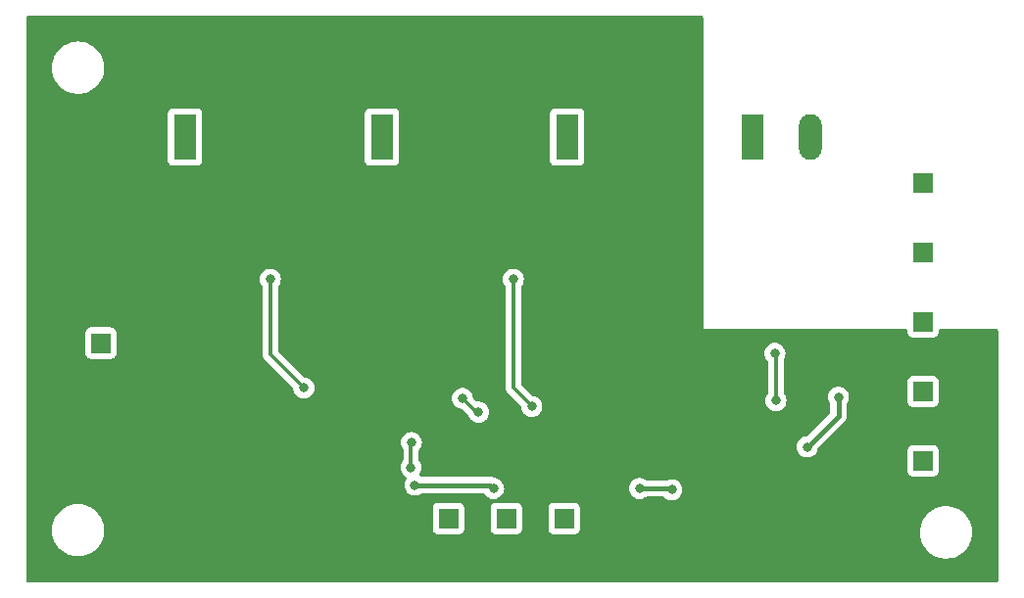
<source format=gbr>
%TF.GenerationSoftware,KiCad,Pcbnew,(6.0.1)*%
%TF.CreationDate,2022-03-07T20:23:26-06:00*%
%TF.ProjectId,light_board,6c696768-745f-4626-9f61-72642e6b6963,rev?*%
%TF.SameCoordinates,Original*%
%TF.FileFunction,Copper,L2,Bot*%
%TF.FilePolarity,Positive*%
%FSLAX46Y46*%
G04 Gerber Fmt 4.6, Leading zero omitted, Abs format (unit mm)*
G04 Created by KiCad (PCBNEW (6.0.1)) date 2022-03-07 20:23:26*
%MOMM*%
%LPD*%
G01*
G04 APERTURE LIST*
%TA.AperFunction,ComponentPad*%
%ADD10R,1.700000X1.700000*%
%TD*%
%TA.AperFunction,ComponentPad*%
%ADD11R,1.980000X3.960000*%
%TD*%
%TA.AperFunction,ComponentPad*%
%ADD12O,1.980000X3.960000*%
%TD*%
%TA.AperFunction,ViaPad*%
%ADD13C,0.800000*%
%TD*%
%TA.AperFunction,Conductor*%
%ADD14C,0.300000*%
%TD*%
%TA.AperFunction,Conductor*%
%ADD15C,0.400000*%
%TD*%
G04 APERTURE END LIST*
D10*
%TO.P,J6,1,Pin_1*%
%TO.N,MCU_Bike*%
X163500000Y-116900000D03*
%TD*%
%TO.P,J5,1,Pin_1*%
%TO.N,MCU_L3*%
X132500000Y-121900000D03*
%TD*%
D11*
%TO.P,J9,1,Pin_1*%
%TO.N,Net-(J9-Pad1)*%
X116735000Y-88900000D03*
D12*
%TO.P,J9,2,Pin_2*%
%TO.N,GND*%
X121735000Y-88900000D03*
%TD*%
D10*
%TO.P,J17,1,Pin_1*%
%TO.N,GND1*%
X163500000Y-104900000D03*
%TD*%
D11*
%TO.P,J8,1,Pin_1*%
%TO.N,Net-(J8-Pad1)*%
X99735000Y-88900000D03*
D12*
%TO.P,J8,2,Pin_2*%
%TO.N,GND*%
X104735000Y-88900000D03*
%TD*%
D10*
%TO.P,J3,1,Pin_1*%
%TO.N,MCU_L1*%
X122500000Y-121900000D03*
%TD*%
D11*
%TO.P,J11,1,Pin_1*%
%TO.N,Net-(J11-Pad1)*%
X148735000Y-88900000D03*
D12*
%TO.P,J11,2,Pin_2*%
%TO.N,Earth*%
X153735000Y-88900000D03*
%TD*%
D10*
%TO.P,J12,1,Pin_1*%
%TO.N,VAC*%
X163500000Y-98900000D03*
%TD*%
%TO.P,J14,1,Pin_1*%
%TO.N,GND*%
X92460000Y-101720000D03*
%TD*%
D11*
%TO.P,J10,1,Pin_1*%
%TO.N,Net-(J10-Pad1)*%
X132735000Y-88900000D03*
D12*
%TO.P,J10,2,Pin_2*%
%TO.N,GND*%
X137735000Y-88900000D03*
%TD*%
D10*
%TO.P,J7,1,Pin_1*%
%TO.N,+5V*%
X163500000Y-110900000D03*
%TD*%
%TO.P,J2,1,Pin_1*%
%TO.N,GND*%
X92460000Y-96720000D03*
%TD*%
%TO.P,J4,1,Pin_1*%
%TO.N,MCU_L2*%
X127500000Y-121900000D03*
%TD*%
%TO.P,J13,1,Pin_1*%
%TO.N,Earth*%
X163500000Y-92900000D03*
%TD*%
%TO.P,J1,1,Pin_1*%
%TO.N,+24V*%
X92460000Y-106720000D03*
%TD*%
D13*
%TO.N,GND*%
X106520000Y-113750000D03*
X128540000Y-114300000D03*
X151220000Y-114250000D03*
X128550000Y-116780000D03*
%TO.N,L1*%
X125100000Y-112700000D03*
X107100000Y-101200000D03*
X123700000Y-111500000D03*
X110000000Y-110600000D03*
%TO.N,L2*%
X128100000Y-101200000D03*
X129700000Y-112200000D03*
%TO.N,MCU_L1*%
X119260000Y-117480000D03*
X119290000Y-115320000D03*
%TO.N,GND1*%
X141800000Y-119400000D03*
X119600000Y-119000000D03*
X153500000Y-115700000D03*
X126400000Y-119300000D03*
X139000000Y-119300000D03*
X156200000Y-111400000D03*
%TO.N,MCU_Bike*%
X150700000Y-107600000D03*
X150800000Y-111700000D03*
%TD*%
D14*
%TO.N,L1*%
X107100000Y-107700000D02*
X107100000Y-101200000D01*
X124900000Y-112700000D02*
X123700000Y-111500000D01*
X110000000Y-110600000D02*
X107100000Y-107700000D01*
X125100000Y-112700000D02*
X124900000Y-112700000D01*
%TO.N,L2*%
X128100000Y-101200000D02*
X128100000Y-110600000D01*
X128100000Y-110600000D02*
X129700000Y-112200000D01*
%TO.N,MCU_L1*%
X119260000Y-115350000D02*
X119260000Y-117480000D01*
X119290000Y-115320000D02*
X119260000Y-115350000D01*
D15*
%TO.N,GND1*%
X153500000Y-115700000D02*
X156200000Y-113000000D01*
X139000000Y-119300000D02*
X141700000Y-119300000D01*
X141700000Y-119300000D02*
X141800000Y-119400000D01*
X156200000Y-113000000D02*
X156200000Y-111400000D01*
X126100000Y-119000000D02*
X126400000Y-119300000D01*
X119600000Y-119000000D02*
X126100000Y-119000000D01*
D14*
%TO.N,MCU_Bike*%
X150800000Y-111700000D02*
X150800000Y-107700000D01*
X150800000Y-107700000D02*
X150700000Y-107600000D01*
%TD*%
%TA.AperFunction,Conductor*%
%TO.N,GND*%
G36*
X144442121Y-78428002D02*
G01*
X144488614Y-78481658D01*
X144500000Y-78534000D01*
X144500000Y-105500000D01*
X162015500Y-105500000D01*
X162083621Y-105520002D01*
X162130114Y-105573658D01*
X162141500Y-105626000D01*
X162141500Y-105798134D01*
X162148255Y-105860316D01*
X162199385Y-105996705D01*
X162286739Y-106113261D01*
X162403295Y-106200615D01*
X162539684Y-106251745D01*
X162601866Y-106258500D01*
X164398134Y-106258500D01*
X164460316Y-106251745D01*
X164596705Y-106200615D01*
X164713261Y-106113261D01*
X164800615Y-105996705D01*
X164851745Y-105860316D01*
X164858500Y-105798134D01*
X164858500Y-105626000D01*
X164878502Y-105557879D01*
X164932158Y-105511386D01*
X164984500Y-105500000D01*
X169866000Y-105500000D01*
X169934121Y-105520002D01*
X169980614Y-105573658D01*
X169992000Y-105626000D01*
X169992000Y-127266000D01*
X169971998Y-127334121D01*
X169918342Y-127380614D01*
X169866000Y-127392000D01*
X86134000Y-127392000D01*
X86065879Y-127371998D01*
X86019386Y-127318342D01*
X86008000Y-127266000D01*
X86008000Y-122947404D01*
X88236941Y-122947404D01*
X88263091Y-123246292D01*
X88264001Y-123250364D01*
X88264002Y-123250369D01*
X88327628Y-123535016D01*
X88328540Y-123539095D01*
X88432140Y-123820671D01*
X88434084Y-123824359D01*
X88434088Y-123824367D01*
X88539536Y-124024367D01*
X88572069Y-124086071D01*
X88745871Y-124330633D01*
X88950490Y-124550061D01*
X89182333Y-124740498D01*
X89437325Y-124898600D01*
X89710988Y-125021589D01*
X89806264Y-125049992D01*
X89994514Y-125106112D01*
X89994516Y-125106112D01*
X89998513Y-125107304D01*
X90002633Y-125107957D01*
X90002635Y-125107957D01*
X90121509Y-125126785D01*
X90294848Y-125154239D01*
X90337577Y-125156179D01*
X90387262Y-125158436D01*
X90387281Y-125158436D01*
X90388681Y-125158500D01*
X90576107Y-125158500D01*
X90799370Y-125143671D01*
X90803464Y-125142846D01*
X90803468Y-125142845D01*
X90944513Y-125114405D01*
X91093480Y-125084368D01*
X91377163Y-124986688D01*
X91380896Y-124984819D01*
X91380900Y-124984817D01*
X91641691Y-124854222D01*
X91641693Y-124854221D01*
X91645435Y-124852347D01*
X91893584Y-124683706D01*
X92117248Y-124483726D01*
X92144084Y-124452416D01*
X92309779Y-124259097D01*
X92309782Y-124259093D01*
X92312499Y-124255923D01*
X92314773Y-124252421D01*
X92314777Y-124252416D01*
X92473628Y-124007807D01*
X92473631Y-124007802D01*
X92475907Y-124004297D01*
X92604600Y-123733270D01*
X92630825Y-123651591D01*
X92695038Y-123451591D01*
X92695038Y-123451590D01*
X92696318Y-123447604D01*
X92749448Y-123152316D01*
X92749672Y-123147404D01*
X92762870Y-122856766D01*
X92762870Y-122856760D01*
X92763059Y-122852596D01*
X92762630Y-122847684D01*
X92758295Y-122798134D01*
X121141500Y-122798134D01*
X121148255Y-122860316D01*
X121199385Y-122996705D01*
X121286739Y-123113261D01*
X121403295Y-123200615D01*
X121539684Y-123251745D01*
X121601866Y-123258500D01*
X123398134Y-123258500D01*
X123460316Y-123251745D01*
X123596705Y-123200615D01*
X123713261Y-123113261D01*
X123800615Y-122996705D01*
X123851745Y-122860316D01*
X123858500Y-122798134D01*
X126141500Y-122798134D01*
X126148255Y-122860316D01*
X126199385Y-122996705D01*
X126286739Y-123113261D01*
X126403295Y-123200615D01*
X126539684Y-123251745D01*
X126601866Y-123258500D01*
X128398134Y-123258500D01*
X128460316Y-123251745D01*
X128596705Y-123200615D01*
X128713261Y-123113261D01*
X128800615Y-122996705D01*
X128851745Y-122860316D01*
X128858500Y-122798134D01*
X131141500Y-122798134D01*
X131148255Y-122860316D01*
X131199385Y-122996705D01*
X131286739Y-123113261D01*
X131403295Y-123200615D01*
X131539684Y-123251745D01*
X131601866Y-123258500D01*
X133398134Y-123258500D01*
X133460316Y-123251745D01*
X133596705Y-123200615D01*
X133667704Y-123147404D01*
X163236941Y-123147404D01*
X163237304Y-123151552D01*
X163237304Y-123151556D01*
X163246661Y-123258500D01*
X163263091Y-123446292D01*
X163264001Y-123450364D01*
X163264002Y-123450369D01*
X163326347Y-123729284D01*
X163328540Y-123739095D01*
X163432140Y-124020671D01*
X163434084Y-124024359D01*
X163434088Y-124024367D01*
X163530805Y-124207807D01*
X163572069Y-124286071D01*
X163745871Y-124530633D01*
X163950490Y-124750061D01*
X164182333Y-124940498D01*
X164437325Y-125098600D01*
X164710988Y-125221589D01*
X164885368Y-125273574D01*
X164994514Y-125306112D01*
X164994516Y-125306112D01*
X164998513Y-125307304D01*
X165002633Y-125307957D01*
X165002635Y-125307957D01*
X165121509Y-125326785D01*
X165294848Y-125354239D01*
X165337577Y-125356179D01*
X165387262Y-125358436D01*
X165387281Y-125358436D01*
X165388681Y-125358500D01*
X165576107Y-125358500D01*
X165799370Y-125343671D01*
X165803464Y-125342846D01*
X165803468Y-125342845D01*
X165944513Y-125314405D01*
X166093480Y-125284368D01*
X166377163Y-125186688D01*
X166380896Y-125184819D01*
X166380900Y-125184817D01*
X166641691Y-125054222D01*
X166641693Y-125054221D01*
X166645435Y-125052347D01*
X166893584Y-124883706D01*
X167117248Y-124683726D01*
X167119966Y-124680555D01*
X167309779Y-124459097D01*
X167309782Y-124459093D01*
X167312499Y-124455923D01*
X167314773Y-124452421D01*
X167314777Y-124452416D01*
X167473628Y-124207807D01*
X167473631Y-124207802D01*
X167475907Y-124204297D01*
X167604600Y-123933270D01*
X167642011Y-123816751D01*
X167695038Y-123651591D01*
X167695038Y-123651590D01*
X167696318Y-123647604D01*
X167732539Y-123446292D01*
X167748709Y-123356425D01*
X167748710Y-123356420D01*
X167749448Y-123352316D01*
X167753709Y-123258500D01*
X167762870Y-123056766D01*
X167762870Y-123056760D01*
X167763059Y-123052596D01*
X167757434Y-122988297D01*
X167737273Y-122757870D01*
X167736909Y-122753708D01*
X167712292Y-122643575D01*
X167672372Y-122464984D01*
X167672371Y-122464981D01*
X167671460Y-122460905D01*
X167567860Y-122179329D01*
X167565916Y-122175641D01*
X167565912Y-122175633D01*
X167429884Y-121917633D01*
X167429883Y-121917632D01*
X167427931Y-121913929D01*
X167254129Y-121669367D01*
X167049510Y-121449939D01*
X166817667Y-121259502D01*
X166562675Y-121101400D01*
X166289012Y-120978411D01*
X166075650Y-120914805D01*
X166005486Y-120893888D01*
X166005484Y-120893888D01*
X166001487Y-120892696D01*
X165997367Y-120892043D01*
X165997365Y-120892043D01*
X165878491Y-120873215D01*
X165705152Y-120845761D01*
X165662423Y-120843821D01*
X165612738Y-120841564D01*
X165612719Y-120841564D01*
X165611319Y-120841500D01*
X165423893Y-120841500D01*
X165200630Y-120856329D01*
X165196536Y-120857154D01*
X165196532Y-120857155D01*
X165055487Y-120885595D01*
X164906520Y-120915632D01*
X164622837Y-121013312D01*
X164619104Y-121015181D01*
X164619100Y-121015183D01*
X164358309Y-121145778D01*
X164354565Y-121147653D01*
X164106416Y-121316294D01*
X163882752Y-121516274D01*
X163880035Y-121519444D01*
X163880034Y-121519445D01*
X163754155Y-121666311D01*
X163687501Y-121744077D01*
X163685227Y-121747579D01*
X163685223Y-121747584D01*
X163526372Y-121992193D01*
X163524093Y-121995703D01*
X163395400Y-122266730D01*
X163394121Y-122270713D01*
X163394120Y-122270716D01*
X163367895Y-122352396D01*
X163303682Y-122552396D01*
X163250552Y-122847684D01*
X163250363Y-122851851D01*
X163250362Y-122851858D01*
X163238247Y-123118642D01*
X163236941Y-123147404D01*
X133667704Y-123147404D01*
X133713261Y-123113261D01*
X133800615Y-122996705D01*
X133851745Y-122860316D01*
X133858500Y-122798134D01*
X133858500Y-121001866D01*
X133851745Y-120939684D01*
X133800615Y-120803295D01*
X133713261Y-120686739D01*
X133596705Y-120599385D01*
X133460316Y-120548255D01*
X133398134Y-120541500D01*
X131601866Y-120541500D01*
X131539684Y-120548255D01*
X131403295Y-120599385D01*
X131286739Y-120686739D01*
X131199385Y-120803295D01*
X131148255Y-120939684D01*
X131141500Y-121001866D01*
X131141500Y-122798134D01*
X128858500Y-122798134D01*
X128858500Y-121001866D01*
X128851745Y-120939684D01*
X128800615Y-120803295D01*
X128713261Y-120686739D01*
X128596705Y-120599385D01*
X128460316Y-120548255D01*
X128398134Y-120541500D01*
X126601866Y-120541500D01*
X126539684Y-120548255D01*
X126403295Y-120599385D01*
X126286739Y-120686739D01*
X126199385Y-120803295D01*
X126148255Y-120939684D01*
X126141500Y-121001866D01*
X126141500Y-122798134D01*
X123858500Y-122798134D01*
X123858500Y-121001866D01*
X123851745Y-120939684D01*
X123800615Y-120803295D01*
X123713261Y-120686739D01*
X123596705Y-120599385D01*
X123460316Y-120548255D01*
X123398134Y-120541500D01*
X121601866Y-120541500D01*
X121539684Y-120548255D01*
X121403295Y-120599385D01*
X121286739Y-120686739D01*
X121199385Y-120803295D01*
X121148255Y-120939684D01*
X121141500Y-121001866D01*
X121141500Y-122798134D01*
X92758295Y-122798134D01*
X92737273Y-122557870D01*
X92736909Y-122553708D01*
X92692832Y-122356515D01*
X92672372Y-122264984D01*
X92672371Y-122264981D01*
X92671460Y-122260905D01*
X92567860Y-121979329D01*
X92565916Y-121975641D01*
X92565912Y-121975633D01*
X92429884Y-121717633D01*
X92429883Y-121717632D01*
X92427931Y-121713929D01*
X92254129Y-121469367D01*
X92049510Y-121249939D01*
X91817667Y-121059502D01*
X91562675Y-120901400D01*
X91289012Y-120778411D01*
X91075650Y-120714805D01*
X91005486Y-120693888D01*
X91005484Y-120693888D01*
X91001487Y-120692696D01*
X90997367Y-120692043D01*
X90997365Y-120692043D01*
X90878491Y-120673215D01*
X90705152Y-120645761D01*
X90662423Y-120643821D01*
X90612738Y-120641564D01*
X90612719Y-120641564D01*
X90611319Y-120641500D01*
X90423893Y-120641500D01*
X90200630Y-120656329D01*
X90196536Y-120657154D01*
X90196532Y-120657155D01*
X90076500Y-120681358D01*
X89906520Y-120715632D01*
X89622837Y-120813312D01*
X89619104Y-120815181D01*
X89619100Y-120815183D01*
X89358309Y-120945778D01*
X89354565Y-120947653D01*
X89106416Y-121116294D01*
X88882752Y-121316274D01*
X88880035Y-121319444D01*
X88880034Y-121319445D01*
X88754155Y-121466311D01*
X88687501Y-121544077D01*
X88685227Y-121547579D01*
X88685223Y-121547584D01*
X88526372Y-121792193D01*
X88524093Y-121795703D01*
X88395400Y-122066730D01*
X88394121Y-122070713D01*
X88394120Y-122070716D01*
X88329907Y-122270716D01*
X88303682Y-122352396D01*
X88302941Y-122356515D01*
X88266956Y-122556515D01*
X88250552Y-122647684D01*
X88250363Y-122651851D01*
X88250362Y-122651858D01*
X88237130Y-122943234D01*
X88236941Y-122947404D01*
X86008000Y-122947404D01*
X86008000Y-117480000D01*
X118346496Y-117480000D01*
X118366458Y-117669928D01*
X118425473Y-117851556D01*
X118428776Y-117857278D01*
X118428777Y-117857279D01*
X118434802Y-117867715D01*
X118520960Y-118016944D01*
X118525378Y-118021851D01*
X118525379Y-118021852D01*
X118601219Y-118106081D01*
X118648747Y-118158866D01*
X118708442Y-118202237D01*
X118777758Y-118252598D01*
X118803248Y-118271118D01*
X118809277Y-118273802D01*
X118809280Y-118273804D01*
X118810718Y-118274444D01*
X118811416Y-118275037D01*
X118815001Y-118277107D01*
X118814622Y-118277763D01*
X118864815Y-118320423D01*
X118885466Y-118388350D01*
X118866115Y-118456658D01*
X118864282Y-118459366D01*
X118860960Y-118463056D01*
X118765473Y-118628444D01*
X118706458Y-118810072D01*
X118686496Y-119000000D01*
X118706458Y-119189928D01*
X118765473Y-119371556D01*
X118860960Y-119536944D01*
X118865378Y-119541851D01*
X118865379Y-119541852D01*
X118908667Y-119589928D01*
X118988747Y-119678866D01*
X119143248Y-119791118D01*
X119149276Y-119793802D01*
X119149278Y-119793803D01*
X119233332Y-119831226D01*
X119317712Y-119868794D01*
X119411113Y-119888647D01*
X119498056Y-119907128D01*
X119498061Y-119907128D01*
X119504513Y-119908500D01*
X119695487Y-119908500D01*
X119701939Y-119907128D01*
X119701944Y-119907128D01*
X119788887Y-119888647D01*
X119882288Y-119868794D01*
X119966668Y-119831226D01*
X120050722Y-119793803D01*
X120050724Y-119793802D01*
X120056752Y-119791118D01*
X120137344Y-119732564D01*
X120204211Y-119708706D01*
X120211405Y-119708500D01*
X125514057Y-119708500D01*
X125582178Y-119728502D01*
X125623176Y-119771500D01*
X125660960Y-119836944D01*
X125788747Y-119978866D01*
X125829535Y-120008500D01*
X125931724Y-120082745D01*
X125943248Y-120091118D01*
X125949276Y-120093802D01*
X125949278Y-120093803D01*
X126111681Y-120166109D01*
X126117712Y-120168794D01*
X126204479Y-120187237D01*
X126298056Y-120207128D01*
X126298061Y-120207128D01*
X126304513Y-120208500D01*
X126495487Y-120208500D01*
X126501939Y-120207128D01*
X126501944Y-120207128D01*
X126595521Y-120187237D01*
X126682288Y-120168794D01*
X126688319Y-120166109D01*
X126850722Y-120093803D01*
X126850724Y-120093802D01*
X126856752Y-120091118D01*
X126868277Y-120082745D01*
X126970465Y-120008500D01*
X127011253Y-119978866D01*
X127139040Y-119836944D01*
X127234527Y-119671556D01*
X127293542Y-119489928D01*
X127313504Y-119300000D01*
X138086496Y-119300000D01*
X138106458Y-119489928D01*
X138165473Y-119671556D01*
X138260960Y-119836944D01*
X138388747Y-119978866D01*
X138429535Y-120008500D01*
X138531724Y-120082745D01*
X138543248Y-120091118D01*
X138549276Y-120093802D01*
X138549278Y-120093803D01*
X138711681Y-120166109D01*
X138717712Y-120168794D01*
X138804479Y-120187237D01*
X138898056Y-120207128D01*
X138898061Y-120207128D01*
X138904513Y-120208500D01*
X139095487Y-120208500D01*
X139101939Y-120207128D01*
X139101944Y-120207128D01*
X139195521Y-120187237D01*
X139282288Y-120168794D01*
X139288319Y-120166109D01*
X139450722Y-120093803D01*
X139450724Y-120093802D01*
X139456752Y-120091118D01*
X139468277Y-120082745D01*
X139537344Y-120032564D01*
X139604211Y-120008706D01*
X139611405Y-120008500D01*
X141069290Y-120008500D01*
X141137411Y-120028502D01*
X141162926Y-120050189D01*
X141188747Y-120078866D01*
X141343248Y-120191118D01*
X141349276Y-120193802D01*
X141349278Y-120193803D01*
X141511681Y-120266109D01*
X141517712Y-120268794D01*
X141611112Y-120288647D01*
X141698056Y-120307128D01*
X141698061Y-120307128D01*
X141704513Y-120308500D01*
X141895487Y-120308500D01*
X141901939Y-120307128D01*
X141901944Y-120307128D01*
X141988888Y-120288647D01*
X142082288Y-120268794D01*
X142088319Y-120266109D01*
X142250722Y-120193803D01*
X142250724Y-120193802D01*
X142256752Y-120191118D01*
X142411253Y-120078866D01*
X142437074Y-120050189D01*
X142534621Y-119941852D01*
X142534622Y-119941851D01*
X142539040Y-119936944D01*
X142634527Y-119771556D01*
X142693542Y-119589928D01*
X142703393Y-119496206D01*
X142712814Y-119406565D01*
X142713504Y-119400000D01*
X142693542Y-119210072D01*
X142634527Y-119028444D01*
X142539040Y-118863056D01*
X142497243Y-118816635D01*
X142415675Y-118726045D01*
X142415674Y-118726044D01*
X142411253Y-118721134D01*
X142275800Y-118622721D01*
X142262094Y-118612763D01*
X142262093Y-118612762D01*
X142256752Y-118608882D01*
X142250724Y-118606198D01*
X142250722Y-118606197D01*
X142088319Y-118533891D01*
X142088318Y-118533891D01*
X142082288Y-118531206D01*
X141988888Y-118511353D01*
X141901944Y-118492872D01*
X141901939Y-118492872D01*
X141895487Y-118491500D01*
X141704513Y-118491500D01*
X141698061Y-118492872D01*
X141698056Y-118492872D01*
X141611112Y-118511353D01*
X141517712Y-118531206D01*
X141511682Y-118533891D01*
X141511681Y-118533891D01*
X141406755Y-118580607D01*
X141355506Y-118591500D01*
X139611405Y-118591500D01*
X139543284Y-118571498D01*
X139537344Y-118567436D01*
X139462094Y-118512763D01*
X139462093Y-118512762D01*
X139456752Y-118508882D01*
X139450724Y-118506198D01*
X139450722Y-118506197D01*
X139288319Y-118433891D01*
X139288318Y-118433891D01*
X139282288Y-118431206D01*
X139188887Y-118411353D01*
X139101944Y-118392872D01*
X139101939Y-118392872D01*
X139095487Y-118391500D01*
X138904513Y-118391500D01*
X138898061Y-118392872D01*
X138898056Y-118392872D01*
X138811113Y-118411353D01*
X138717712Y-118431206D01*
X138711682Y-118433891D01*
X138711681Y-118433891D01*
X138549278Y-118506197D01*
X138549276Y-118506198D01*
X138543248Y-118508882D01*
X138388747Y-118621134D01*
X138260960Y-118763056D01*
X138165473Y-118928444D01*
X138106458Y-119110072D01*
X138105768Y-119116633D01*
X138105768Y-119116635D01*
X138095948Y-119210072D01*
X138086496Y-119300000D01*
X127313504Y-119300000D01*
X127304052Y-119210072D01*
X127294232Y-119116635D01*
X127294232Y-119116633D01*
X127293542Y-119110072D01*
X127234527Y-118928444D01*
X127139040Y-118763056D01*
X127011253Y-118621134D01*
X126856752Y-118508882D01*
X126850724Y-118506198D01*
X126850722Y-118506197D01*
X126688319Y-118433891D01*
X126688318Y-118433891D01*
X126682288Y-118431206D01*
X126495487Y-118391500D01*
X126492506Y-118391500D01*
X126448015Y-118377812D01*
X126443475Y-118375378D01*
X126437261Y-118371010D01*
X126430185Y-118368251D01*
X126430181Y-118368249D01*
X126377725Y-118347798D01*
X126371656Y-118345247D01*
X126313427Y-118318955D01*
X126305960Y-118317571D01*
X126303405Y-118316770D01*
X126287152Y-118312141D01*
X126284572Y-118311478D01*
X126277491Y-118308718D01*
X126269960Y-118307727D01*
X126269958Y-118307726D01*
X126240339Y-118303827D01*
X126214139Y-118300378D01*
X126207641Y-118299348D01*
X126144814Y-118287704D01*
X126137234Y-118288141D01*
X126137233Y-118288141D01*
X126082608Y-118291291D01*
X126075354Y-118291500D01*
X120211405Y-118291500D01*
X120143284Y-118271498D01*
X120137344Y-118267436D01*
X120062094Y-118212763D01*
X120062093Y-118212762D01*
X120056752Y-118208882D01*
X120050723Y-118206198D01*
X120050720Y-118206196D01*
X120049282Y-118205556D01*
X120048584Y-118204963D01*
X120044999Y-118202893D01*
X120045378Y-118202237D01*
X119995185Y-118159577D01*
X119974534Y-118091650D01*
X119993885Y-118023342D01*
X119995718Y-118020634D01*
X119999040Y-118016944D01*
X120085198Y-117867715D01*
X120091223Y-117857279D01*
X120091224Y-117857278D01*
X120094527Y-117851556D01*
X120111885Y-117798134D01*
X162141500Y-117798134D01*
X162148255Y-117860316D01*
X162199385Y-117996705D01*
X162286739Y-118113261D01*
X162403295Y-118200615D01*
X162539684Y-118251745D01*
X162601866Y-118258500D01*
X164398134Y-118258500D01*
X164460316Y-118251745D01*
X164596705Y-118200615D01*
X164713261Y-118113261D01*
X164800615Y-117996705D01*
X164851745Y-117860316D01*
X164858500Y-117798134D01*
X164858500Y-116001866D01*
X164851745Y-115939684D01*
X164800615Y-115803295D01*
X164713261Y-115686739D01*
X164596705Y-115599385D01*
X164460316Y-115548255D01*
X164398134Y-115541500D01*
X162601866Y-115541500D01*
X162539684Y-115548255D01*
X162403295Y-115599385D01*
X162286739Y-115686739D01*
X162199385Y-115803295D01*
X162148255Y-115939684D01*
X162141500Y-116001866D01*
X162141500Y-117798134D01*
X120111885Y-117798134D01*
X120153542Y-117669928D01*
X120173504Y-117480000D01*
X120153542Y-117290072D01*
X120094527Y-117108444D01*
X119999040Y-116943056D01*
X119950864Y-116889551D01*
X119920146Y-116825544D01*
X119918500Y-116805241D01*
X119918500Y-116028077D01*
X119938502Y-115959956D01*
X119950858Y-115943774D01*
X120029040Y-115856944D01*
X120119652Y-115700000D01*
X152586496Y-115700000D01*
X152587186Y-115706565D01*
X152603507Y-115861847D01*
X152606458Y-115889928D01*
X152665473Y-116071556D01*
X152760960Y-116236944D01*
X152888747Y-116378866D01*
X153043248Y-116491118D01*
X153049276Y-116493802D01*
X153049278Y-116493803D01*
X153211681Y-116566109D01*
X153217712Y-116568794D01*
X153311113Y-116588647D01*
X153398056Y-116607128D01*
X153398061Y-116607128D01*
X153404513Y-116608500D01*
X153595487Y-116608500D01*
X153601939Y-116607128D01*
X153601944Y-116607128D01*
X153688887Y-116588647D01*
X153782288Y-116568794D01*
X153788319Y-116566109D01*
X153950722Y-116493803D01*
X153950724Y-116493802D01*
X153956752Y-116491118D01*
X154111253Y-116378866D01*
X154239040Y-116236944D01*
X154334527Y-116071556D01*
X154359766Y-115993880D01*
X154391502Y-115896207D01*
X154391502Y-115896205D01*
X154393542Y-115889928D01*
X154398450Y-115843230D01*
X154425463Y-115777573D01*
X154434665Y-115767305D01*
X156680520Y-113521450D01*
X156686785Y-113515596D01*
X156687651Y-113514840D01*
X156730385Y-113477561D01*
X156767114Y-113425300D01*
X156771046Y-113420005D01*
X156805791Y-113375694D01*
X156810477Y-113369718D01*
X156813602Y-113362796D01*
X156814964Y-113360548D01*
X156823368Y-113345815D01*
X156824622Y-113343476D01*
X156828990Y-113337261D01*
X156831749Y-113330185D01*
X156831751Y-113330181D01*
X156852202Y-113277726D01*
X156854758Y-113271646D01*
X156877918Y-113220351D01*
X156881045Y-113213426D01*
X156882429Y-113205955D01*
X156883230Y-113203401D01*
X156887867Y-113187122D01*
X156888523Y-113184567D01*
X156891282Y-113177491D01*
X156899621Y-113114149D01*
X156900653Y-113107633D01*
X156910912Y-113052280D01*
X156912296Y-113044813D01*
X156908709Y-112982602D01*
X156908500Y-112975349D01*
X156908500Y-112018744D01*
X156928502Y-111950623D01*
X156932564Y-111944683D01*
X156934621Y-111941852D01*
X156939040Y-111936944D01*
X156976792Y-111871556D01*
X157019182Y-111798134D01*
X162141500Y-111798134D01*
X162148255Y-111860316D01*
X162199385Y-111996705D01*
X162286739Y-112113261D01*
X162403295Y-112200615D01*
X162539684Y-112251745D01*
X162601866Y-112258500D01*
X164398134Y-112258500D01*
X164460316Y-112251745D01*
X164596705Y-112200615D01*
X164713261Y-112113261D01*
X164800615Y-111996705D01*
X164851745Y-111860316D01*
X164858500Y-111798134D01*
X164858500Y-110001866D01*
X164851745Y-109939684D01*
X164800615Y-109803295D01*
X164713261Y-109686739D01*
X164596705Y-109599385D01*
X164460316Y-109548255D01*
X164398134Y-109541500D01*
X162601866Y-109541500D01*
X162539684Y-109548255D01*
X162403295Y-109599385D01*
X162286739Y-109686739D01*
X162199385Y-109803295D01*
X162148255Y-109939684D01*
X162141500Y-110001866D01*
X162141500Y-111798134D01*
X157019182Y-111798134D01*
X157031223Y-111777279D01*
X157031224Y-111777278D01*
X157034527Y-111771556D01*
X157093542Y-111589928D01*
X157100773Y-111521134D01*
X157112814Y-111406565D01*
X157113504Y-111400000D01*
X157104052Y-111310072D01*
X157094232Y-111216635D01*
X157094232Y-111216633D01*
X157093542Y-111210072D01*
X157034527Y-111028444D01*
X157025275Y-111012418D01*
X156996127Y-110961934D01*
X156939040Y-110863056D01*
X156932682Y-110855994D01*
X156815675Y-110726045D01*
X156815674Y-110726044D01*
X156811253Y-110721134D01*
X156685590Y-110629834D01*
X156662094Y-110612763D01*
X156662093Y-110612762D01*
X156656752Y-110608882D01*
X156650724Y-110606198D01*
X156650722Y-110606197D01*
X156488319Y-110533891D01*
X156488318Y-110533891D01*
X156482288Y-110531206D01*
X156388887Y-110511353D01*
X156301944Y-110492872D01*
X156301939Y-110492872D01*
X156295487Y-110491500D01*
X156104513Y-110491500D01*
X156098061Y-110492872D01*
X156098056Y-110492872D01*
X156011112Y-110511353D01*
X155917712Y-110531206D01*
X155911682Y-110533891D01*
X155911681Y-110533891D01*
X155749278Y-110606197D01*
X155749276Y-110606198D01*
X155743248Y-110608882D01*
X155737907Y-110612762D01*
X155737906Y-110612763D01*
X155714410Y-110629834D01*
X155588747Y-110721134D01*
X155584326Y-110726044D01*
X155584325Y-110726045D01*
X155467319Y-110855994D01*
X155460960Y-110863056D01*
X155403873Y-110961934D01*
X155374726Y-111012418D01*
X155365473Y-111028444D01*
X155306458Y-111210072D01*
X155305768Y-111216633D01*
X155305768Y-111216635D01*
X155295948Y-111310072D01*
X155286496Y-111400000D01*
X155287186Y-111406565D01*
X155299228Y-111521134D01*
X155306458Y-111589928D01*
X155365473Y-111771556D01*
X155368776Y-111777278D01*
X155368777Y-111777279D01*
X155423208Y-111871556D01*
X155460960Y-111936944D01*
X155465379Y-111941852D01*
X155467436Y-111944683D01*
X155491295Y-112011551D01*
X155491500Y-112018744D01*
X155491500Y-112654339D01*
X155471498Y-112722460D01*
X155454595Y-112743434D01*
X153433467Y-114764563D01*
X153370569Y-114798715D01*
X153217712Y-114831206D01*
X153211682Y-114833891D01*
X153211681Y-114833891D01*
X153049278Y-114906197D01*
X153049276Y-114906198D01*
X153043248Y-114908882D01*
X152888747Y-115021134D01*
X152884326Y-115026044D01*
X152884325Y-115026045D01*
X152784750Y-115136635D01*
X152760960Y-115163056D01*
X152665473Y-115328444D01*
X152606458Y-115510072D01*
X152605768Y-115516633D01*
X152605768Y-115516635D01*
X152602445Y-115548255D01*
X152586496Y-115700000D01*
X120119652Y-115700000D01*
X120124527Y-115691556D01*
X120183542Y-115509928D01*
X120203504Y-115320000D01*
X120183542Y-115130072D01*
X120124527Y-114948444D01*
X120029040Y-114783056D01*
X119901253Y-114641134D01*
X119746752Y-114528882D01*
X119740724Y-114526198D01*
X119740722Y-114526197D01*
X119578319Y-114453891D01*
X119578318Y-114453891D01*
X119572288Y-114451206D01*
X119478887Y-114431353D01*
X119391944Y-114412872D01*
X119391939Y-114412872D01*
X119385487Y-114411500D01*
X119194513Y-114411500D01*
X119188061Y-114412872D01*
X119188056Y-114412872D01*
X119101113Y-114431353D01*
X119007712Y-114451206D01*
X119001682Y-114453891D01*
X119001681Y-114453891D01*
X118839278Y-114526197D01*
X118839276Y-114526198D01*
X118833248Y-114528882D01*
X118678747Y-114641134D01*
X118550960Y-114783056D01*
X118455473Y-114948444D01*
X118396458Y-115130072D01*
X118376496Y-115320000D01*
X118396458Y-115509928D01*
X118455473Y-115691556D01*
X118550960Y-115856944D01*
X118555375Y-115861847D01*
X118555379Y-115861852D01*
X118569135Y-115877129D01*
X118599853Y-115941137D01*
X118601500Y-115961441D01*
X118601500Y-116805241D01*
X118581498Y-116873362D01*
X118569136Y-116889551D01*
X118520960Y-116943056D01*
X118425473Y-117108444D01*
X118366458Y-117290072D01*
X118346496Y-117480000D01*
X86008000Y-117480000D01*
X86008000Y-107618134D01*
X91101500Y-107618134D01*
X91108255Y-107680316D01*
X91159385Y-107816705D01*
X91246739Y-107933261D01*
X91363295Y-108020615D01*
X91499684Y-108071745D01*
X91561866Y-108078500D01*
X93358134Y-108078500D01*
X93420316Y-108071745D01*
X93556705Y-108020615D01*
X93673261Y-107933261D01*
X93760615Y-107816705D01*
X93811745Y-107680316D01*
X93818500Y-107618134D01*
X93818500Y-105821866D01*
X93811745Y-105759684D01*
X93760615Y-105623295D01*
X93673261Y-105506739D01*
X93556705Y-105419385D01*
X93420316Y-105368255D01*
X93358134Y-105361500D01*
X91561866Y-105361500D01*
X91499684Y-105368255D01*
X91363295Y-105419385D01*
X91246739Y-105506739D01*
X91159385Y-105623295D01*
X91108255Y-105759684D01*
X91101500Y-105821866D01*
X91101500Y-107618134D01*
X86008000Y-107618134D01*
X86008000Y-101200000D01*
X106186496Y-101200000D01*
X106206458Y-101389928D01*
X106265473Y-101571556D01*
X106360960Y-101736944D01*
X106365378Y-101741851D01*
X106365379Y-101741852D01*
X106409136Y-101790449D01*
X106439854Y-101854456D01*
X106441500Y-101874759D01*
X106441500Y-107617944D01*
X106440941Y-107629800D01*
X106439212Y-107637537D01*
X106439461Y-107645459D01*
X106441438Y-107708369D01*
X106441500Y-107712327D01*
X106441500Y-107741432D01*
X106442056Y-107745832D01*
X106442988Y-107757664D01*
X106444438Y-107803831D01*
X106446650Y-107811444D01*
X106446650Y-107811445D01*
X106450419Y-107824416D01*
X106454430Y-107843782D01*
X106457118Y-107865064D01*
X106460034Y-107872429D01*
X106460035Y-107872433D01*
X106474126Y-107908021D01*
X106477965Y-107919231D01*
X106490855Y-107963600D01*
X106501775Y-107982065D01*
X106510466Y-107999805D01*
X106518365Y-108019756D01*
X106545516Y-108057126D01*
X106552033Y-108067048D01*
X106571507Y-108099977D01*
X106571510Y-108099981D01*
X106575547Y-108106807D01*
X106590711Y-108121971D01*
X106603551Y-108137004D01*
X106616159Y-108154357D01*
X106651752Y-108183802D01*
X106660532Y-108191792D01*
X109057030Y-110588289D01*
X109091055Y-110650601D01*
X109093245Y-110664212D01*
X109106458Y-110789928D01*
X109108498Y-110796205D01*
X109108498Y-110796207D01*
X109118193Y-110826045D01*
X109165473Y-110971556D01*
X109260960Y-111136944D01*
X109388747Y-111278866D01*
X109543248Y-111391118D01*
X109549276Y-111393802D01*
X109549278Y-111393803D01*
X109711681Y-111466109D01*
X109717712Y-111468794D01*
X109811113Y-111488647D01*
X109898056Y-111507128D01*
X109898061Y-111507128D01*
X109904513Y-111508500D01*
X110095487Y-111508500D01*
X110101939Y-111507128D01*
X110101944Y-111507128D01*
X110135477Y-111500000D01*
X122786496Y-111500000D01*
X122787186Y-111506565D01*
X122804235Y-111668774D01*
X122806458Y-111689928D01*
X122865473Y-111871556D01*
X122960960Y-112036944D01*
X123088747Y-112178866D01*
X123243248Y-112291118D01*
X123249276Y-112293802D01*
X123249278Y-112293803D01*
X123341200Y-112334729D01*
X123417712Y-112368794D01*
X123486263Y-112383365D01*
X123598056Y-112407128D01*
X123598061Y-112407128D01*
X123604513Y-112408500D01*
X123625050Y-112408500D01*
X123693171Y-112428502D01*
X123714145Y-112445405D01*
X124208068Y-112939328D01*
X124238806Y-112989486D01*
X124265473Y-113071556D01*
X124360960Y-113236944D01*
X124365378Y-113241851D01*
X124365379Y-113241852D01*
X124472253Y-113360548D01*
X124488747Y-113378866D01*
X124643248Y-113491118D01*
X124649276Y-113493802D01*
X124649278Y-113493803D01*
X124711375Y-113521450D01*
X124817712Y-113568794D01*
X124911113Y-113588647D01*
X124998056Y-113607128D01*
X124998061Y-113607128D01*
X125004513Y-113608500D01*
X125195487Y-113608500D01*
X125201939Y-113607128D01*
X125201944Y-113607128D01*
X125288887Y-113588647D01*
X125382288Y-113568794D01*
X125488625Y-113521450D01*
X125550722Y-113493803D01*
X125550724Y-113493802D01*
X125556752Y-113491118D01*
X125711253Y-113378866D01*
X125727747Y-113360548D01*
X125834621Y-113241852D01*
X125834622Y-113241851D01*
X125839040Y-113236944D01*
X125913698Y-113107633D01*
X125931223Y-113077279D01*
X125931224Y-113077277D01*
X125934527Y-113071556D01*
X125993542Y-112889928D01*
X126013504Y-112700000D01*
X125993542Y-112510072D01*
X125934527Y-112328444D01*
X125839040Y-112163056D01*
X125799050Y-112118642D01*
X125715675Y-112026045D01*
X125715674Y-112026044D01*
X125711253Y-112021134D01*
X125595376Y-111936944D01*
X125562094Y-111912763D01*
X125562093Y-111912762D01*
X125556752Y-111908882D01*
X125550724Y-111906198D01*
X125550722Y-111906197D01*
X125388319Y-111833891D01*
X125388318Y-111833891D01*
X125382288Y-111831206D01*
X125262909Y-111805831D01*
X125201944Y-111792872D01*
X125201939Y-111792872D01*
X125195487Y-111791500D01*
X125004513Y-111791500D01*
X124998056Y-111792872D01*
X124991485Y-111793563D01*
X124991179Y-111790652D01*
X124933093Y-111786158D01*
X124888715Y-111757455D01*
X124642970Y-111511710D01*
X124608944Y-111449398D01*
X124606755Y-111435786D01*
X124602343Y-111393803D01*
X124596134Y-111334729D01*
X124594232Y-111316636D01*
X124594232Y-111316635D01*
X124593542Y-111310072D01*
X124587954Y-111292872D01*
X124544178Y-111158148D01*
X124534527Y-111128444D01*
X124439040Y-110963056D01*
X124393418Y-110912387D01*
X124315675Y-110826045D01*
X124315674Y-110826044D01*
X124311253Y-110821134D01*
X124178133Y-110724416D01*
X124162094Y-110712763D01*
X124162093Y-110712762D01*
X124156752Y-110708882D01*
X124150724Y-110706198D01*
X124150722Y-110706197D01*
X123988319Y-110633891D01*
X123988318Y-110633891D01*
X123982288Y-110631206D01*
X123884131Y-110610342D01*
X123801944Y-110592872D01*
X123801939Y-110592872D01*
X123795487Y-110591500D01*
X123604513Y-110591500D01*
X123598061Y-110592872D01*
X123598056Y-110592872D01*
X123515869Y-110610342D01*
X123417712Y-110631206D01*
X123411682Y-110633891D01*
X123411681Y-110633891D01*
X123249278Y-110706197D01*
X123249276Y-110706198D01*
X123243248Y-110708882D01*
X123237907Y-110712762D01*
X123237906Y-110712763D01*
X123221867Y-110724416D01*
X123088747Y-110821134D01*
X123084326Y-110826044D01*
X123084325Y-110826045D01*
X123006583Y-110912387D01*
X122960960Y-110963056D01*
X122865473Y-111128444D01*
X122806458Y-111310072D01*
X122805768Y-111316633D01*
X122805768Y-111316635D01*
X122803866Y-111334729D01*
X122786496Y-111500000D01*
X110135477Y-111500000D01*
X110188887Y-111488647D01*
X110282288Y-111468794D01*
X110288319Y-111466109D01*
X110450722Y-111393803D01*
X110450724Y-111393802D01*
X110456752Y-111391118D01*
X110611253Y-111278866D01*
X110739040Y-111136944D01*
X110834527Y-110971556D01*
X110893542Y-110789928D01*
X110896982Y-110757204D01*
X110912814Y-110606565D01*
X110913504Y-110600000D01*
X110893542Y-110410072D01*
X110834527Y-110228444D01*
X110739040Y-110063056D01*
X110627956Y-109939684D01*
X110615675Y-109926045D01*
X110615674Y-109926044D01*
X110611253Y-109921134D01*
X110456752Y-109808882D01*
X110450724Y-109806198D01*
X110450722Y-109806197D01*
X110288319Y-109733891D01*
X110288318Y-109733891D01*
X110282288Y-109731206D01*
X110188887Y-109711353D01*
X110101944Y-109692872D01*
X110101939Y-109692872D01*
X110095487Y-109691500D01*
X110074949Y-109691500D01*
X110006828Y-109671498D01*
X109985854Y-109654595D01*
X107795405Y-107464145D01*
X107761379Y-107401833D01*
X107758500Y-107375050D01*
X107758500Y-101874759D01*
X107778502Y-101806638D01*
X107790864Y-101790449D01*
X107834621Y-101741852D01*
X107834622Y-101741851D01*
X107839040Y-101736944D01*
X107934527Y-101571556D01*
X107993542Y-101389928D01*
X108013504Y-101200000D01*
X127186496Y-101200000D01*
X127206458Y-101389928D01*
X127265473Y-101571556D01*
X127360960Y-101736944D01*
X127365378Y-101741851D01*
X127365379Y-101741852D01*
X127409136Y-101790449D01*
X127439854Y-101854456D01*
X127441500Y-101874759D01*
X127441500Y-110517944D01*
X127440941Y-110529800D01*
X127439212Y-110537537D01*
X127439461Y-110545459D01*
X127441438Y-110608369D01*
X127441500Y-110612327D01*
X127441500Y-110641432D01*
X127442056Y-110645832D01*
X127442988Y-110657664D01*
X127444438Y-110703831D01*
X127446650Y-110711444D01*
X127446650Y-110711445D01*
X127450419Y-110724416D01*
X127454430Y-110743782D01*
X127457118Y-110765064D01*
X127460034Y-110772429D01*
X127460035Y-110772433D01*
X127474126Y-110808021D01*
X127477965Y-110819231D01*
X127490855Y-110863600D01*
X127501775Y-110882065D01*
X127510466Y-110899805D01*
X127518365Y-110919756D01*
X127545516Y-110957126D01*
X127552033Y-110967048D01*
X127571507Y-110999977D01*
X127571510Y-110999981D01*
X127575547Y-111006807D01*
X127590711Y-111021971D01*
X127603551Y-111037004D01*
X127616159Y-111054357D01*
X127651752Y-111083802D01*
X127660532Y-111091792D01*
X128757030Y-112188290D01*
X128791056Y-112250602D01*
X128793245Y-112264214D01*
X128803955Y-112366109D01*
X128806458Y-112389928D01*
X128808498Y-112396205D01*
X128808498Y-112396207D01*
X128824484Y-112445405D01*
X128865473Y-112571556D01*
X128868776Y-112577278D01*
X128868777Y-112577279D01*
X128886803Y-112608500D01*
X128960960Y-112736944D01*
X128965378Y-112741851D01*
X128965379Y-112741852D01*
X129084325Y-112873955D01*
X129088747Y-112878866D01*
X129187843Y-112950864D01*
X129201408Y-112960719D01*
X129243248Y-112991118D01*
X129249276Y-112993802D01*
X129249278Y-112993803D01*
X129409799Y-113065271D01*
X129417712Y-113068794D01*
X129511112Y-113088647D01*
X129598056Y-113107128D01*
X129598061Y-113107128D01*
X129604513Y-113108500D01*
X129795487Y-113108500D01*
X129801939Y-113107128D01*
X129801944Y-113107128D01*
X129888888Y-113088647D01*
X129982288Y-113068794D01*
X129990201Y-113065271D01*
X130150722Y-112993803D01*
X130150724Y-112993802D01*
X130156752Y-112991118D01*
X130198593Y-112960719D01*
X130212157Y-112950864D01*
X130311253Y-112878866D01*
X130315675Y-112873955D01*
X130434621Y-112741852D01*
X130434622Y-112741851D01*
X130439040Y-112736944D01*
X130513197Y-112608500D01*
X130531223Y-112577279D01*
X130531224Y-112577278D01*
X130534527Y-112571556D01*
X130593542Y-112389928D01*
X130596046Y-112366109D01*
X130612814Y-112206565D01*
X130613504Y-112200000D01*
X130604953Y-112118642D01*
X130594232Y-112016635D01*
X130594232Y-112016633D01*
X130593542Y-112010072D01*
X130534527Y-111828444D01*
X130517028Y-111798134D01*
X130464160Y-111706565D01*
X130439040Y-111663056D01*
X130311253Y-111521134D01*
X130156752Y-111408882D01*
X130150724Y-111406198D01*
X130150722Y-111406197D01*
X129988319Y-111333891D01*
X129988318Y-111333891D01*
X129982288Y-111331206D01*
X129882861Y-111310072D01*
X129801944Y-111292872D01*
X129801939Y-111292872D01*
X129795487Y-111291500D01*
X129774950Y-111291500D01*
X129706829Y-111271498D01*
X129685855Y-111254595D01*
X128795405Y-110364145D01*
X128761379Y-110301833D01*
X128758500Y-110275050D01*
X128758500Y-107600000D01*
X149786496Y-107600000D01*
X149787186Y-107606565D01*
X149803068Y-107757670D01*
X149806458Y-107789928D01*
X149865473Y-107971556D01*
X149868776Y-107977278D01*
X149868777Y-107977279D01*
X149889047Y-108012387D01*
X149960960Y-108136944D01*
X149965378Y-108141851D01*
X149965379Y-108141852D01*
X149976639Y-108154357D01*
X150088747Y-108278866D01*
X150094091Y-108282749D01*
X150098998Y-108287167D01*
X150097112Y-108289262D01*
X150132900Y-108335641D01*
X150141500Y-108381393D01*
X150141500Y-111025241D01*
X150121498Y-111093362D01*
X150109136Y-111109551D01*
X150060960Y-111163056D01*
X150057659Y-111168774D01*
X149986011Y-111292872D01*
X149965473Y-111328444D01*
X149906458Y-111510072D01*
X149886496Y-111700000D01*
X149887186Y-111706565D01*
X149905129Y-111877279D01*
X149906458Y-111889928D01*
X149965473Y-112071556D01*
X150060960Y-112236944D01*
X150065378Y-112241851D01*
X150065379Y-112241852D01*
X150179678Y-112368794D01*
X150188747Y-112378866D01*
X150343248Y-112491118D01*
X150349276Y-112493802D01*
X150349278Y-112493803D01*
X150400560Y-112516635D01*
X150517712Y-112568794D01*
X150611113Y-112588647D01*
X150698056Y-112607128D01*
X150698061Y-112607128D01*
X150704513Y-112608500D01*
X150895487Y-112608500D01*
X150901939Y-112607128D01*
X150901944Y-112607128D01*
X150988887Y-112588647D01*
X151082288Y-112568794D01*
X151199440Y-112516635D01*
X151250722Y-112493803D01*
X151250724Y-112493802D01*
X151256752Y-112491118D01*
X151411253Y-112378866D01*
X151420322Y-112368794D01*
X151534621Y-112241852D01*
X151534622Y-112241851D01*
X151539040Y-112236944D01*
X151634527Y-112071556D01*
X151693542Y-111889928D01*
X151694872Y-111877279D01*
X151712814Y-111706565D01*
X151713504Y-111700000D01*
X151693542Y-111510072D01*
X151634527Y-111328444D01*
X151613990Y-111292872D01*
X151542341Y-111168774D01*
X151539040Y-111163056D01*
X151490864Y-111109551D01*
X151460146Y-111045544D01*
X151458500Y-111025241D01*
X151458500Y-108136999D01*
X151475381Y-108073999D01*
X151476683Y-108071745D01*
X151510953Y-108012387D01*
X151531223Y-107977279D01*
X151531224Y-107977278D01*
X151534527Y-107971556D01*
X151593542Y-107789928D01*
X151596933Y-107757670D01*
X151612814Y-107606565D01*
X151613504Y-107600000D01*
X151599225Y-107464145D01*
X151594232Y-107416635D01*
X151594232Y-107416633D01*
X151593542Y-107410072D01*
X151534527Y-107228444D01*
X151439040Y-107063056D01*
X151311253Y-106921134D01*
X151156752Y-106808882D01*
X151150724Y-106806198D01*
X151150722Y-106806197D01*
X150988319Y-106733891D01*
X150988318Y-106733891D01*
X150982288Y-106731206D01*
X150888888Y-106711353D01*
X150801944Y-106692872D01*
X150801939Y-106692872D01*
X150795487Y-106691500D01*
X150604513Y-106691500D01*
X150598061Y-106692872D01*
X150598056Y-106692872D01*
X150511113Y-106711353D01*
X150417712Y-106731206D01*
X150411682Y-106733891D01*
X150411681Y-106733891D01*
X150249278Y-106806197D01*
X150249276Y-106806198D01*
X150243248Y-106808882D01*
X150088747Y-106921134D01*
X149960960Y-107063056D01*
X149865473Y-107228444D01*
X149806458Y-107410072D01*
X149805768Y-107416633D01*
X149805768Y-107416635D01*
X149800775Y-107464145D01*
X149786496Y-107600000D01*
X128758500Y-107600000D01*
X128758500Y-101874759D01*
X128778502Y-101806638D01*
X128790864Y-101790449D01*
X128834621Y-101741852D01*
X128834622Y-101741851D01*
X128839040Y-101736944D01*
X128934527Y-101571556D01*
X128993542Y-101389928D01*
X129013504Y-101200000D01*
X128993542Y-101010072D01*
X128934527Y-100828444D01*
X128839040Y-100663056D01*
X128711253Y-100521134D01*
X128556752Y-100408882D01*
X128550724Y-100406198D01*
X128550722Y-100406197D01*
X128388319Y-100333891D01*
X128388318Y-100333891D01*
X128382288Y-100331206D01*
X128288888Y-100311353D01*
X128201944Y-100292872D01*
X128201939Y-100292872D01*
X128195487Y-100291500D01*
X128004513Y-100291500D01*
X127998061Y-100292872D01*
X127998056Y-100292872D01*
X127911113Y-100311353D01*
X127817712Y-100331206D01*
X127811682Y-100333891D01*
X127811681Y-100333891D01*
X127649278Y-100406197D01*
X127649276Y-100406198D01*
X127643248Y-100408882D01*
X127488747Y-100521134D01*
X127360960Y-100663056D01*
X127265473Y-100828444D01*
X127206458Y-101010072D01*
X127186496Y-101200000D01*
X108013504Y-101200000D01*
X107993542Y-101010072D01*
X107934527Y-100828444D01*
X107839040Y-100663056D01*
X107711253Y-100521134D01*
X107556752Y-100408882D01*
X107550724Y-100406198D01*
X107550722Y-100406197D01*
X107388319Y-100333891D01*
X107388318Y-100333891D01*
X107382288Y-100331206D01*
X107288888Y-100311353D01*
X107201944Y-100292872D01*
X107201939Y-100292872D01*
X107195487Y-100291500D01*
X107004513Y-100291500D01*
X106998061Y-100292872D01*
X106998056Y-100292872D01*
X106911113Y-100311353D01*
X106817712Y-100331206D01*
X106811682Y-100333891D01*
X106811681Y-100333891D01*
X106649278Y-100406197D01*
X106649276Y-100406198D01*
X106643248Y-100408882D01*
X106488747Y-100521134D01*
X106360960Y-100663056D01*
X106265473Y-100828444D01*
X106206458Y-101010072D01*
X106186496Y-101200000D01*
X86008000Y-101200000D01*
X86008000Y-90928134D01*
X98236500Y-90928134D01*
X98243255Y-90990316D01*
X98294385Y-91126705D01*
X98381739Y-91243261D01*
X98498295Y-91330615D01*
X98634684Y-91381745D01*
X98696866Y-91388500D01*
X100773134Y-91388500D01*
X100835316Y-91381745D01*
X100971705Y-91330615D01*
X101088261Y-91243261D01*
X101175615Y-91126705D01*
X101226745Y-90990316D01*
X101233500Y-90928134D01*
X115236500Y-90928134D01*
X115243255Y-90990316D01*
X115294385Y-91126705D01*
X115381739Y-91243261D01*
X115498295Y-91330615D01*
X115634684Y-91381745D01*
X115696866Y-91388500D01*
X117773134Y-91388500D01*
X117835316Y-91381745D01*
X117971705Y-91330615D01*
X118088261Y-91243261D01*
X118175615Y-91126705D01*
X118226745Y-90990316D01*
X118233500Y-90928134D01*
X131236500Y-90928134D01*
X131243255Y-90990316D01*
X131294385Y-91126705D01*
X131381739Y-91243261D01*
X131498295Y-91330615D01*
X131634684Y-91381745D01*
X131696866Y-91388500D01*
X133773134Y-91388500D01*
X133835316Y-91381745D01*
X133971705Y-91330615D01*
X134088261Y-91243261D01*
X134175615Y-91126705D01*
X134226745Y-90990316D01*
X134233500Y-90928134D01*
X134233500Y-86871866D01*
X134226745Y-86809684D01*
X134175615Y-86673295D01*
X134088261Y-86556739D01*
X133971705Y-86469385D01*
X133835316Y-86418255D01*
X133773134Y-86411500D01*
X131696866Y-86411500D01*
X131634684Y-86418255D01*
X131498295Y-86469385D01*
X131381739Y-86556739D01*
X131294385Y-86673295D01*
X131243255Y-86809684D01*
X131236500Y-86871866D01*
X131236500Y-90928134D01*
X118233500Y-90928134D01*
X118233500Y-86871866D01*
X118226745Y-86809684D01*
X118175615Y-86673295D01*
X118088261Y-86556739D01*
X117971705Y-86469385D01*
X117835316Y-86418255D01*
X117773134Y-86411500D01*
X115696866Y-86411500D01*
X115634684Y-86418255D01*
X115498295Y-86469385D01*
X115381739Y-86556739D01*
X115294385Y-86673295D01*
X115243255Y-86809684D01*
X115236500Y-86871866D01*
X115236500Y-90928134D01*
X101233500Y-90928134D01*
X101233500Y-86871866D01*
X101226745Y-86809684D01*
X101175615Y-86673295D01*
X101088261Y-86556739D01*
X100971705Y-86469385D01*
X100835316Y-86418255D01*
X100773134Y-86411500D01*
X98696866Y-86411500D01*
X98634684Y-86418255D01*
X98498295Y-86469385D01*
X98381739Y-86556739D01*
X98294385Y-86673295D01*
X98243255Y-86809684D01*
X98236500Y-86871866D01*
X98236500Y-90928134D01*
X86008000Y-90928134D01*
X86008000Y-82947404D01*
X88236941Y-82947404D01*
X88263091Y-83246292D01*
X88264001Y-83250364D01*
X88264002Y-83250369D01*
X88327628Y-83535016D01*
X88328540Y-83539095D01*
X88432140Y-83820671D01*
X88434084Y-83824359D01*
X88434088Y-83824367D01*
X88530805Y-84007807D01*
X88572069Y-84086071D01*
X88745871Y-84330633D01*
X88950490Y-84550061D01*
X89182333Y-84740498D01*
X89437325Y-84898600D01*
X89710988Y-85021589D01*
X89885368Y-85073574D01*
X89994514Y-85106112D01*
X89994516Y-85106112D01*
X89998513Y-85107304D01*
X90002633Y-85107957D01*
X90002635Y-85107957D01*
X90121509Y-85126785D01*
X90294848Y-85154239D01*
X90337577Y-85156179D01*
X90387262Y-85158436D01*
X90387281Y-85158436D01*
X90388681Y-85158500D01*
X90576107Y-85158500D01*
X90799370Y-85143671D01*
X90803464Y-85142846D01*
X90803468Y-85142845D01*
X90944513Y-85114405D01*
X91093480Y-85084368D01*
X91377163Y-84986688D01*
X91380896Y-84984819D01*
X91380900Y-84984817D01*
X91641691Y-84854222D01*
X91641693Y-84854221D01*
X91645435Y-84852347D01*
X91893584Y-84683706D01*
X92117248Y-84483726D01*
X92119966Y-84480555D01*
X92309779Y-84259097D01*
X92309782Y-84259093D01*
X92312499Y-84255923D01*
X92314773Y-84252421D01*
X92314777Y-84252416D01*
X92473628Y-84007807D01*
X92473631Y-84007802D01*
X92475907Y-84004297D01*
X92604600Y-83733270D01*
X92696318Y-83447604D01*
X92749448Y-83152316D01*
X92763059Y-82852596D01*
X92736909Y-82553708D01*
X92692832Y-82356515D01*
X92672372Y-82264984D01*
X92672371Y-82264981D01*
X92671460Y-82260905D01*
X92567860Y-81979329D01*
X92565916Y-81975641D01*
X92565912Y-81975633D01*
X92429884Y-81717633D01*
X92429883Y-81717632D01*
X92427931Y-81713929D01*
X92254129Y-81469367D01*
X92049510Y-81249939D01*
X91817667Y-81059502D01*
X91562675Y-80901400D01*
X91289012Y-80778411D01*
X91075650Y-80714805D01*
X91005486Y-80693888D01*
X91005484Y-80693888D01*
X91001487Y-80692696D01*
X90997367Y-80692043D01*
X90997365Y-80692043D01*
X90878491Y-80673215D01*
X90705152Y-80645761D01*
X90662423Y-80643821D01*
X90612738Y-80641564D01*
X90612719Y-80641564D01*
X90611319Y-80641500D01*
X90423893Y-80641500D01*
X90200630Y-80656329D01*
X90196536Y-80657154D01*
X90196532Y-80657155D01*
X90055487Y-80685595D01*
X89906520Y-80715632D01*
X89622837Y-80813312D01*
X89619104Y-80815181D01*
X89619100Y-80815183D01*
X89358309Y-80945778D01*
X89354565Y-80947653D01*
X89106416Y-81116294D01*
X88882752Y-81316274D01*
X88880035Y-81319444D01*
X88880034Y-81319445D01*
X88754155Y-81466311D01*
X88687501Y-81544077D01*
X88685227Y-81547579D01*
X88685223Y-81547584D01*
X88574792Y-81717633D01*
X88524093Y-81795703D01*
X88395400Y-82066730D01*
X88303682Y-82352396D01*
X88250552Y-82647684D01*
X88236941Y-82947404D01*
X86008000Y-82947404D01*
X86008000Y-78534000D01*
X86028002Y-78465879D01*
X86081658Y-78419386D01*
X86134000Y-78408000D01*
X144374000Y-78408000D01*
X144442121Y-78428002D01*
G37*
%TD.AperFunction*%
%TD*%
M02*

</source>
